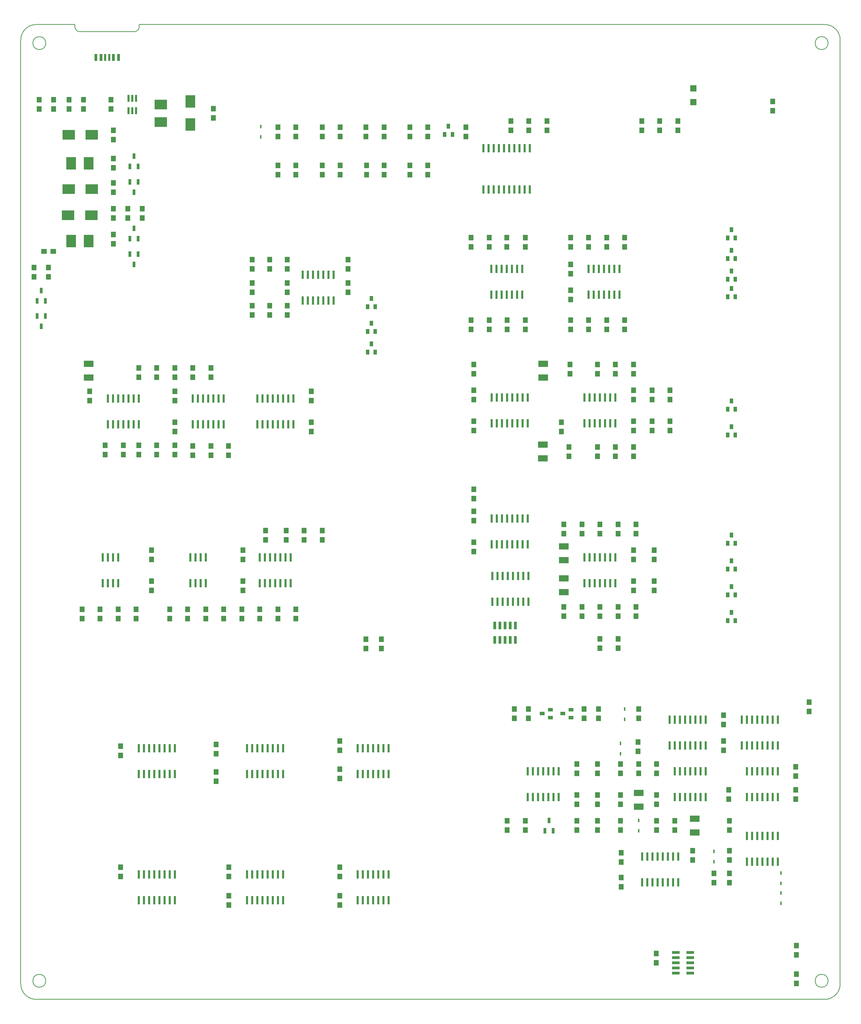
<source format=gbr>
G04 DesignSpark PCB PRO Gerber Version 9.0 Build 5138 *
G04 #@! TF.Part,Single*
G04 #@! TF.FileFunction,Paste,Top *
G04 #@! TF.FilePolarity,Positive *
%FSLAX35Y35*%
%MOIN*%
G04 #@! TA.AperFunction,SMDPad,CuDef*
%ADD115R,0.01800X0.03600*%
%ADD113R,0.01960X0.08260*%
%ADD121R,0.02100X0.06600*%
%ADD122R,0.02400X0.06600*%
%ADD112R,0.02600X0.05600*%
%ADD123R,0.02600X0.06600*%
%ADD120R,0.02600X0.07600*%
%ADD124R,0.02800X0.06600*%
%ADD117R,0.03500X0.04800*%
%ADD107R,0.05100X0.05600*%
%ADD110R,0.09600X0.12100*%
%ADD111R,0.09600X0.12200*%
%ADD125R,0.05900X0.05900*%
G04 #@! TD.AperFunction*
%ADD10C,0.00500*%
G04 #@! TA.AperFunction,SMDPad,CuDef*
%ADD116R,0.07600X0.02600*%
%ADD119R,0.04800X0.03500*%
%ADD118R,0.05600X0.05100*%
%ADD114R,0.09800X0.05900*%
%ADD108R,0.12100X0.09600*%
%ADD109R,0.12200X0.09600*%
X0Y0D02*
D02*
D10*
X34750Y34350D02*
G75*
G03Y21750J-6300D01*
G01*
G75*
G03Y34350J6300*
G01*
Y943350D02*
G75*
G03Y930750J-6300D01*
G01*
G75*
G03Y943350J6300*
G01*
X793750Y34350D02*
G75*
G03Y21750J-6300D01*
G01*
G75*
G03Y34350J6300*
G01*
Y943350D02*
G75*
G03Y930750J-6300D01*
G01*
G75*
G03Y943350J6300*
G01*
X811750Y25050D02*
G75*
G02X796750Y10050I-15000D01*
G01*
X31750*
G75*
G02X16750Y25050J15000*
G01*
Y940050*
G75*
G02X31750Y955050I15000*
G01*
X69250*
Y953050*
G75*
G03X74250Y948050I5000*
G01*
X126750*
G75*
G03X131750Y953050J5000*
G01*
Y955050*
X796750*
G75*
G02X811750Y940050J-15000*
G01*
Y25050*
D02*
D107*
X29750Y710550D03*
Y719550D03*
X34750Y873050D03*
Y882050D03*
X43750Y710550D03*
Y719550D03*
X48750Y873050D03*
Y882050D03*
X63750Y873050D03*
Y882050D03*
X76250Y379050D03*
Y388050D03*
X77750Y873050D03*
Y882050D03*
X83750Y590550D03*
Y599550D03*
X93750Y379050D03*
Y388050D03*
X98750Y538050D03*
Y547050D03*
X104250Y873050D03*
Y882050D03*
X106750Y742550D03*
Y751550D03*
Y767550D03*
Y776550D03*
Y792550D03*
Y801550D03*
Y816050D03*
Y825050D03*
Y843550D03*
Y852550D03*
X111250Y379050D03*
Y388050D03*
X113750Y129050D03*
Y138050D03*
Y246550D03*
Y255550D03*
X116250Y538050D03*
Y547050D03*
X120750Y767550D03*
Y776550D03*
X128750Y379050D03*
Y388050D03*
X131250Y538050D03*
Y547050D03*
Y613050D03*
Y622050D03*
X134750Y767550D03*
Y776550D03*
X143750Y406550D03*
Y415550D03*
Y436550D03*
Y445550D03*
X148750Y538050D03*
Y547050D03*
Y613050D03*
Y622050D03*
X161250Y379050D03*
Y388050D03*
X166250Y538050D03*
Y547050D03*
Y560550D03*
Y569550D03*
Y590550D03*
Y599550D03*
Y613050D03*
Y622050D03*
X178750Y379050D03*
Y388050D03*
X183750Y537550D03*
Y546550D03*
Y613050D03*
Y622050D03*
X196250Y379050D03*
Y388050D03*
X201250Y537550D03*
Y546550D03*
Y613050D03*
Y622050D03*
X203750Y864550D03*
Y873550D03*
X206250Y221550D03*
Y230550D03*
Y248050D03*
Y257050D03*
X213750Y379050D03*
Y388050D03*
X218250Y537550D03*
Y546550D03*
X218750Y101550D03*
Y110550D03*
Y129050D03*
Y138050D03*
X231250Y379050D03*
Y388050D03*
X232250Y406550D03*
Y415550D03*
Y436550D03*
Y445550D03*
X241250Y673550D03*
Y682550D03*
Y695550D03*
Y704550D03*
Y718050D03*
Y727050D03*
X248750Y379050D03*
Y388050D03*
X254250Y455550D03*
Y464550D03*
X258250Y673550D03*
Y682550D03*
Y718050D03*
Y727050D03*
X266250Y379050D03*
Y388050D03*
Y809550D03*
Y818550D03*
Y846550D03*
Y855550D03*
X274250Y455550D03*
Y464550D03*
X275250Y673550D03*
Y682550D03*
Y695550D03*
Y704550D03*
Y718050D03*
Y727050D03*
X283750Y379050D03*
Y388050D03*
Y809550D03*
Y818550D03*
Y846550D03*
Y855550D03*
X291750Y455550D03*
Y464550D03*
X298750Y560550D03*
Y569550D03*
Y590550D03*
Y599550D03*
X309250Y455550D03*
Y464550D03*
Y809550D03*
Y818550D03*
Y846550D03*
Y855550D03*
X326250Y101550D03*
Y110550D03*
Y129050D03*
Y138050D03*
Y224050D03*
Y233050D03*
Y251550D03*
Y260550D03*
X326750Y809550D03*
Y818550D03*
Y846550D03*
Y855550D03*
X334250Y695550D03*
Y704550D03*
Y718050D03*
Y727050D03*
X351750Y350050D03*
Y359050D03*
Y846550D03*
Y855550D03*
X352250Y809550D03*
Y818550D03*
X366750Y350050D03*
Y359050D03*
X369250Y809550D03*
Y818550D03*
Y846550D03*
Y855550D03*
X394250Y809550D03*
Y818550D03*
Y846550D03*
Y855550D03*
X411750Y809550D03*
Y818550D03*
Y846550D03*
Y855550D03*
X448750Y846550D03*
Y855550D03*
X453750Y659550D03*
Y668550D03*
Y739550D03*
Y748550D03*
X456250Y444050D03*
Y453050D03*
Y474050D03*
Y483050D03*
Y495550D03*
Y504550D03*
Y561550D03*
Y570550D03*
Y591550D03*
Y600550D03*
Y616550D03*
Y625550D03*
X471250Y659550D03*
Y668550D03*
Y739550D03*
Y748550D03*
X488250Y739550D03*
Y748550D03*
X488750Y174050D03*
Y183050D03*
Y659550D03*
Y668550D03*
X492250Y852550D03*
Y861550D03*
X495750Y282550D03*
Y291550D03*
X506250Y174050D03*
Y183050D03*
Y659550D03*
Y668550D03*
Y739550D03*
Y748550D03*
X509250Y282550D03*
Y291550D03*
X509750Y852550D03*
Y861550D03*
X527250Y852550D03*
Y861550D03*
X541250Y560550D03*
Y569550D03*
X543750Y381550D03*
Y390550D03*
Y461550D03*
Y470550D03*
X548750Y536550D03*
Y545550D03*
X549750Y616550D03*
Y625550D03*
X550250Y659550D03*
Y668550D03*
Y688550D03*
Y697550D03*
Y713550D03*
Y722550D03*
Y739550D03*
Y748550D03*
X556250Y174050D03*
Y183050D03*
Y199050D03*
Y208050D03*
Y229050D03*
Y238050D03*
X561250Y381550D03*
Y390550D03*
Y461550D03*
Y470550D03*
X563250Y282550D03*
Y291550D03*
X567750Y659550D03*
Y668550D03*
Y739550D03*
Y748550D03*
X576250Y174050D03*
Y183050D03*
Y199050D03*
Y208050D03*
Y229050D03*
Y238050D03*
Y536550D03*
Y545550D03*
Y616550D03*
Y625550D03*
X577250Y282550D03*
Y291550D03*
X578750Y350550D03*
Y359550D03*
Y381550D03*
Y390550D03*
Y461550D03*
Y470550D03*
X585250Y659550D03*
Y668550D03*
Y739550D03*
Y748550D03*
X593750Y536550D03*
Y545550D03*
Y616550D03*
Y625550D03*
X596250Y350550D03*
Y359550D03*
Y381550D03*
Y390550D03*
Y461550D03*
Y470550D03*
X598750Y174050D03*
Y183050D03*
Y199050D03*
Y208050D03*
Y229050D03*
Y238050D03*
X599250Y119050D03*
Y128050D03*
Y143050D03*
Y152050D03*
X602750Y659550D03*
Y668550D03*
Y739550D03*
Y748550D03*
X611250Y406550D03*
Y415550D03*
Y436550D03*
Y445550D03*
Y536550D03*
Y545550D03*
Y561550D03*
Y570550D03*
Y591550D03*
Y600550D03*
Y616550D03*
Y625550D03*
X613750Y381550D03*
Y390550D03*
Y461550D03*
Y470550D03*
X615750Y250550D03*
Y259550D03*
X616250Y229050D03*
Y238050D03*
Y282550D03*
Y291550D03*
X619250Y852550D03*
Y861550D03*
X629250Y561550D03*
Y570550D03*
Y591550D03*
Y600550D03*
X631250Y406550D03*
Y415550D03*
Y436550D03*
Y445550D03*
X633250Y45550D03*
Y54550D03*
X633750Y174050D03*
Y183050D03*
Y199050D03*
Y208050D03*
Y229050D03*
Y238050D03*
X636750Y852550D03*
Y861550D03*
X646750Y561550D03*
Y570550D03*
Y591550D03*
Y600550D03*
X651250Y174050D03*
Y183050D03*
X654250Y852550D03*
Y861550D03*
X668750Y145050D03*
Y154050D03*
X689250Y123050D03*
Y132050D03*
X698750Y251550D03*
Y260550D03*
Y276550D03*
Y285550D03*
X703750Y204050D03*
Y213050D03*
X704250Y123050D03*
Y132050D03*
Y145050D03*
Y154050D03*
Y174050D03*
Y183050D03*
X746250Y871550D03*
Y880550D03*
X768750Y204050D03*
Y213050D03*
Y226550D03*
Y235550D03*
X769250Y25550D03*
Y34550D03*
Y53050D03*
Y62050D03*
X781750Y289050D03*
Y298050D03*
D02*
D108*
X62750Y770050D03*
X63250Y795550D03*
Y848050D03*
X85250Y770050D03*
X85750Y795550D03*
Y848050D03*
D02*
D109*
X152750Y860550D03*
Y877550D03*
D02*
D110*
X181250Y858050D03*
Y880550D03*
D02*
D111*
X65750Y745050D03*
Y820550D03*
X82750Y745050D03*
Y820550D03*
D02*
D112*
X32750Y672550D03*
Y687050D03*
X36750Y662550D03*
Y697050D03*
X40750Y672550D03*
Y687050D03*
X122750Y732550D03*
Y747550D03*
Y802550D03*
Y817550D03*
X126750Y722550D03*
Y757550D03*
Y792550D03*
Y827550D03*
X130750Y732550D03*
Y747550D03*
Y802550D03*
Y817550D03*
X525250Y173550D03*
X529250Y183550D03*
X533250Y173550D03*
D02*
D113*
X96250Y413550D03*
Y438550D03*
X101250Y413550D03*
Y438550D03*
Y567550D03*
Y592550D03*
X106250Y413550D03*
Y438550D03*
Y567550D03*
Y592550D03*
X111250Y413550D03*
Y438550D03*
Y567550D03*
Y592550D03*
X116250Y567550D03*
Y592550D03*
X121250Y567550D03*
Y592550D03*
X126250Y567550D03*
Y592550D03*
X131250Y106050D03*
Y131050D03*
Y228550D03*
Y253550D03*
Y567550D03*
Y592550D03*
X136250Y106050D03*
Y131050D03*
Y228550D03*
Y253550D03*
X141250Y106050D03*
Y131050D03*
Y228550D03*
Y253550D03*
X146250Y106050D03*
Y131050D03*
Y228550D03*
Y253550D03*
X151250Y106050D03*
Y131050D03*
Y228550D03*
Y253550D03*
X156250Y106050D03*
Y131050D03*
Y228550D03*
Y253550D03*
X161250Y106050D03*
Y131050D03*
Y228550D03*
Y253550D03*
X166250Y106050D03*
Y131050D03*
Y228550D03*
Y253550D03*
X181250Y413550D03*
Y438550D03*
X183750Y567550D03*
Y592550D03*
X186250Y413550D03*
Y438550D03*
X188750Y567550D03*
Y592550D03*
X191250Y413550D03*
Y438550D03*
X193750Y567550D03*
Y592550D03*
X196250Y413550D03*
Y438550D03*
X198750Y567550D03*
Y592550D03*
X203750Y567550D03*
Y592550D03*
X208750Y567550D03*
Y592550D03*
X213750Y567550D03*
Y592550D03*
X236250Y106050D03*
Y131050D03*
Y228550D03*
Y253550D03*
X241250Y106050D03*
Y131050D03*
Y228550D03*
Y253550D03*
X246250Y106050D03*
Y131050D03*
Y228550D03*
Y253550D03*
Y567550D03*
Y592550D03*
X248750Y413550D03*
Y438550D03*
X251250Y106050D03*
Y131050D03*
Y228550D03*
Y253550D03*
Y567550D03*
Y592550D03*
X253750Y413550D03*
Y438550D03*
X256250Y106050D03*
Y131050D03*
Y228550D03*
Y253550D03*
Y567550D03*
Y592550D03*
X258750Y413550D03*
Y438550D03*
X261250Y106050D03*
Y131050D03*
Y228550D03*
Y253550D03*
Y567550D03*
Y592550D03*
X263750Y413550D03*
Y438550D03*
X266250Y106050D03*
Y131050D03*
Y228550D03*
Y253550D03*
Y567550D03*
Y592550D03*
X268750Y413550D03*
Y438550D03*
X271250Y106050D03*
Y131050D03*
Y228550D03*
Y253550D03*
Y567550D03*
Y592550D03*
X273750Y413550D03*
Y438550D03*
X276250Y567550D03*
Y592550D03*
X278750Y413550D03*
Y438550D03*
X281250Y567550D03*
Y592550D03*
X290250Y687550D03*
Y712550D03*
X295250Y687550D03*
Y712550D03*
X300250Y687550D03*
Y712550D03*
X305250Y687550D03*
Y712550D03*
X310250Y687550D03*
Y712550D03*
X315250Y687550D03*
Y712550D03*
X320250Y687550D03*
Y712550D03*
X343750Y106050D03*
Y131050D03*
Y228550D03*
Y253550D03*
X348750Y106050D03*
Y131050D03*
Y228550D03*
Y253550D03*
X353750Y106050D03*
Y131050D03*
Y228550D03*
Y253550D03*
X358750Y106050D03*
Y131050D03*
Y228550D03*
Y253550D03*
X363750Y106050D03*
Y131050D03*
Y228550D03*
Y253550D03*
X368750Y106050D03*
Y131050D03*
Y228550D03*
Y253550D03*
X373750Y106050D03*
Y131050D03*
Y228550D03*
Y253550D03*
X465750Y795050D03*
Y835050D03*
X470750Y795050D03*
Y835050D03*
X473250Y693050D03*
Y718050D03*
X473750Y451050D03*
Y476050D03*
Y568550D03*
Y593550D03*
X474250Y395550D03*
Y420550D03*
X475750Y795050D03*
Y835050D03*
X478250Y693050D03*
Y718050D03*
X478750Y451050D03*
Y476050D03*
Y568550D03*
Y593550D03*
X479250Y395550D03*
Y420550D03*
X480750Y795050D03*
Y835050D03*
X483250Y693050D03*
Y718050D03*
X483750Y451050D03*
Y476050D03*
Y568550D03*
Y593550D03*
X484250Y395550D03*
Y420550D03*
X485750Y795050D03*
Y835050D03*
X488250Y693050D03*
Y718050D03*
X488750Y451050D03*
Y476050D03*
Y568550D03*
Y593550D03*
X489250Y395550D03*
Y420550D03*
X490750Y795050D03*
Y835050D03*
X493250Y693050D03*
Y718050D03*
X493750Y451050D03*
Y476050D03*
Y568550D03*
Y593550D03*
X494250Y395550D03*
Y420550D03*
X495750Y795050D03*
Y835050D03*
X498250Y693050D03*
Y718050D03*
X498750Y451050D03*
Y476050D03*
Y568550D03*
Y593550D03*
X499250Y395550D03*
Y420550D03*
X500750Y795050D03*
Y835050D03*
X503250Y693050D03*
Y718050D03*
X503750Y451050D03*
Y476050D03*
Y568550D03*
Y593550D03*
X504250Y395550D03*
Y420550D03*
X505750Y795050D03*
Y835050D03*
X508750Y206050D03*
Y231050D03*
Y451050D03*
Y476050D03*
Y568550D03*
Y593550D03*
X509250Y395550D03*
Y420550D03*
X510750Y795050D03*
Y835050D03*
X513750Y206050D03*
Y231050D03*
X518750Y206050D03*
Y231050D03*
X523750Y206050D03*
Y231050D03*
X528750Y206050D03*
Y231050D03*
X533750Y206050D03*
Y231050D03*
X538750Y206050D03*
Y231050D03*
X563750Y413550D03*
Y438550D03*
Y568550D03*
Y593550D03*
X567750Y693050D03*
Y718050D03*
X568750Y413550D03*
Y438550D03*
Y568550D03*
Y593550D03*
X572750Y693050D03*
Y718050D03*
X573750Y413550D03*
Y438550D03*
Y568550D03*
Y593550D03*
X577750Y693050D03*
Y718050D03*
X578750Y413550D03*
Y438550D03*
Y568550D03*
Y593550D03*
X582750Y693050D03*
Y718050D03*
X583750Y413550D03*
Y438550D03*
Y568550D03*
Y593550D03*
X587750Y693050D03*
Y718050D03*
X588750Y413550D03*
Y438550D03*
Y568550D03*
Y593550D03*
X592750Y693050D03*
Y718050D03*
X593750Y413550D03*
Y438550D03*
Y568550D03*
Y593550D03*
X597750Y693050D03*
Y718050D03*
X619750Y123550D03*
Y148550D03*
X624750Y123550D03*
Y148550D03*
X629750Y123550D03*
Y148550D03*
X634750Y123550D03*
Y148550D03*
X639750Y123550D03*
Y148550D03*
X644750Y123550D03*
Y148550D03*
X646250Y256050D03*
Y281050D03*
X649750Y123550D03*
Y148550D03*
X651250Y206050D03*
Y231050D03*
Y256050D03*
Y281050D03*
X654750Y123550D03*
Y148550D03*
X656250Y206050D03*
Y231050D03*
Y256050D03*
Y281050D03*
X661250Y206050D03*
Y231050D03*
Y256050D03*
Y281050D03*
X666250Y206050D03*
Y231050D03*
Y256050D03*
Y281050D03*
X671250Y206050D03*
Y231050D03*
Y256050D03*
Y281050D03*
X676250Y206050D03*
Y231050D03*
Y256050D03*
Y281050D03*
X681250Y206050D03*
Y231050D03*
Y256050D03*
Y281050D03*
X716250Y256050D03*
Y281050D03*
X721250Y143550D03*
Y168550D03*
Y206050D03*
Y231050D03*
Y256050D03*
Y281050D03*
X726250Y143550D03*
Y168550D03*
Y206050D03*
Y231050D03*
Y256050D03*
Y281050D03*
X731250Y143550D03*
Y168550D03*
Y206050D03*
Y231050D03*
Y256050D03*
Y281050D03*
X736250Y143550D03*
Y168550D03*
Y206050D03*
Y231050D03*
Y256050D03*
Y281050D03*
X741250Y143550D03*
Y168550D03*
Y206050D03*
Y231050D03*
Y256050D03*
Y281050D03*
X746250Y143550D03*
Y168550D03*
Y206050D03*
Y231050D03*
Y256050D03*
Y281050D03*
X751250Y143550D03*
Y168550D03*
Y206050D03*
Y231050D03*
Y256050D03*
Y281050D03*
D02*
D114*
X82750Y612850D03*
Y626250D03*
X523250Y534350D03*
Y547750D03*
X523750Y612850D03*
Y626250D03*
X543750Y404850D03*
Y418250D03*
Y435850D03*
Y449250D03*
X616250Y196850D03*
Y210250D03*
X670750Y171850D03*
Y185250D03*
D02*
D115*
X249750Y846050D03*
Y856050D03*
X598750Y248050D03*
Y258050D03*
X602750Y281550D03*
Y291550D03*
X616250Y173550D03*
Y183550D03*
X689250Y143550D03*
Y153550D03*
X754250Y103050D03*
Y113050D03*
Y122550D03*
Y132550D03*
D02*
D116*
X652250Y35550D03*
Y40550D03*
Y45550D03*
Y50550D03*
Y55550D03*
X666250Y35550D03*
Y40550D03*
Y45550D03*
Y50550D03*
Y55550D03*
D02*
D117*
X353270Y637550D03*
Y657550D03*
Y681550D03*
X357010Y645544D03*
Y665544D03*
Y689544D03*
X360750Y637550D03*
Y657550D03*
Y681550D03*
X428010Y848553D03*
X431750Y856547D03*
X435490Y848553D03*
X702510Y377053D03*
Y402053D03*
Y427053D03*
Y452053D03*
Y557053D03*
Y582053D03*
Y691053D03*
Y708053D03*
Y728053D03*
Y748053D03*
X706250Y385047D03*
Y410047D03*
Y435047D03*
Y460047D03*
Y565047D03*
Y590047D03*
Y699047D03*
Y716047D03*
Y736047D03*
Y756047D03*
X709990Y377053D03*
Y402053D03*
Y427053D03*
Y452053D03*
Y557053D03*
Y582053D03*
Y691053D03*
Y708053D03*
Y728053D03*
Y748053D03*
D02*
D118*
X39250Y735050D03*
X48250D03*
D02*
D119*
X522753Y287050D03*
X530747Y283310D03*
Y290790D03*
X542753Y287050D03*
X550747Y283310D03*
Y290790D03*
D02*
D120*
X476750Y358550D03*
Y372550D03*
X481750Y358550D03*
Y372550D03*
X486750Y358550D03*
Y372550D03*
X491750Y358550D03*
Y372550D03*
X496750Y358550D03*
Y372550D03*
D02*
D121*
X121250Y871550D03*
X121270Y883550D03*
X124990Y871550D03*
X125010Y883550D03*
X128750Y871550D03*
Y883550D03*
D02*
D122*
X98750Y923050D03*
X102750D03*
D02*
D123*
X94750D03*
X106750D03*
D02*
D124*
X89750D03*
X111750D03*
D02*
D125*
X669250Y879850D03*
Y893250D03*
X0Y0D02*
M02*

</source>
